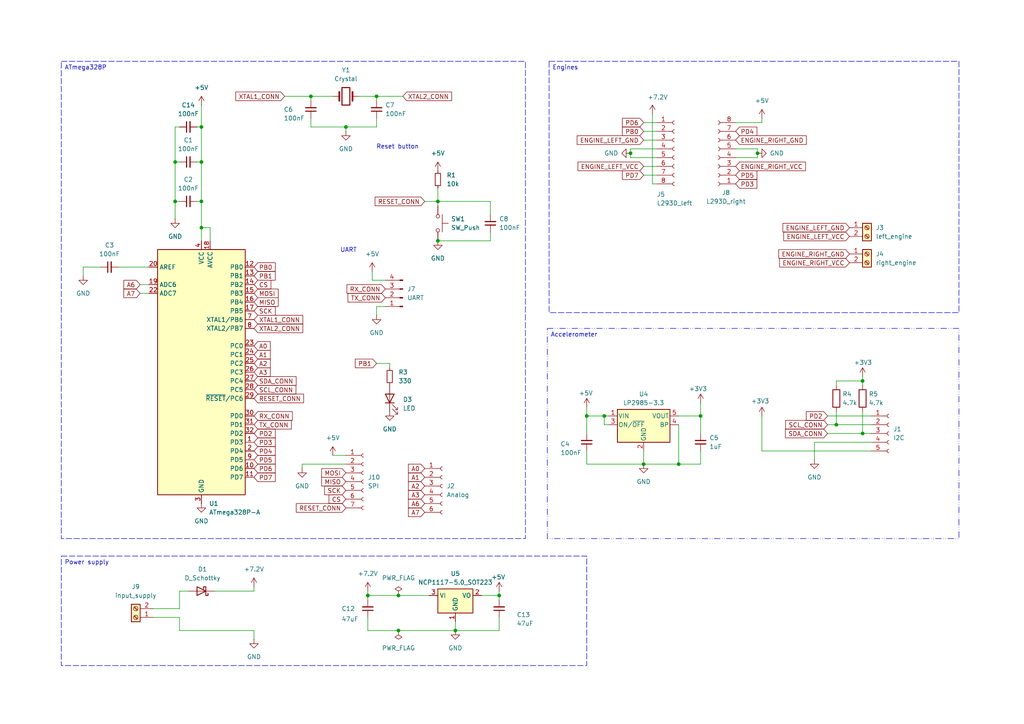
<source format=kicad_sch>
(kicad_sch (version 20231120) (generator "eeschema") (generator_version "8.0")
  (paper "A4")
  (title_block (title "Self Balancing robot") (date "2025-05-17") (company "Joanna Chrobot"))
  (lib_symbols
    (symbol "Connector:Conn_01x04_Pin" (pin_names (offset 1.016) hide)
      (property "Reference" "J" (at 0 5.08 0))
      (property "Value" "Conn_01x04_Pin" (at 0 -7.62 0))
      (symbol "Conn_01x04_Pin_1_1"
        (polyline (pts (xy 1.27 -5.08) (xy 0.8636 -5.08)) (stroke (width 0.1524)))
        (polyline (pts (xy 1.27 -2.54) (xy 0.8636 -2.54)) (stroke (width 0.1524)))
        (polyline (pts (xy 1.27 0) (xy 0.8636 0)) (stroke (width 0.1524)))
        (polyline (pts (xy 1.27 2.54) (xy 0.8636 2.54)) (stroke (width 0.1524)))
        (rectangle (start 0.8636 -4.953) (end 0 -5.207) (stroke (width 0.1524)) (fill (type outline)))
        (rectangle (start 0.8636 -2.413) (end 0 -2.667) (stroke (width 0.1524)) (fill (type outline)))
        (rectangle (start 0.8636 0.127) (end 0 -0.127) (stroke (width 0.1524)) (fill (type outline)))
        (rectangle (start 0.8636 2.667) (end 0 2.413) (stroke (width 0.1524)) (fill (type outline)))
        (pin passive line (at 5.08 2.54 180) (length 3.81) (name "Pin_1") (number "1"))
        (pin passive line (at 5.08 0 180) (length 3.81) (name "Pin_2") (number "2"))
        (pin passive line (at 5.08 -2.54 180) (length 3.81) (name "Pin_3") (number "3"))
        (pin passive line (at 5.08 -5.08 180) (length 3.81) (name "Pin_4") (number "4"))
      )
    )
    (symbol "Connector:Conn_01x05_Socket" (pin_names (offset 1.016) hide)
      (property "Reference" "J" (at 0 7.62 0))
      (property "Value" "Conn_01x05_Socket" (at 0 -7.62 0))
      (symbol "Conn_01x05_Socket_1_1"
        (arc (start 0 -4.572) (mid -0.5058 -5.08) (end 0 -5.588) (stroke (width 0.1524)))
        (arc (start 0 -2.032) (mid -0.5058 -2.54) (end 0 -3.048) (stroke (width 0.1524)))
        (polyline (pts (xy -1.27 -5.08) (xy -0.508 -5.08)) (stroke (width 0.1524)))
        (polyline (pts (xy -1.27 -2.54) (xy -0.508 -2.54)) (stroke (width 0.1524)))
        (polyline (pts (xy -1.27 0) (xy -0.508 0)) (stroke (width 0.1524)))
        (polyline (pts (xy -1.27 2.54) (xy -0.508 2.54)) (stroke (width 0.1524)))
        (polyline (pts (xy -1.27 5.08) (xy -0.508 5.08)) (stroke (width 0.1524)))
        (arc (start 0 0.508) (mid -0.5058 0) (end 0 -0.508) (stroke (width 0.1524)))
        (arc (start 0 3.048) (mid -0.5058 2.54) (end 0 2.032) (stroke (width 0.1524)))
        (arc (start 0 5.588) (mid -0.5058 5.08) (end 0 4.572) (stroke (width 0.1524)))
        (pin passive line (at -5.08 5.08 0) (length 3.81) (name "Pin_1") (number "1"))
        (pin passive line (at -5.08 2.54 0) (length 3.81) (name "Pin_2") (number "2"))
        (pin passive line (at -5.08 0 0) (length 3.81) (name "Pin_3") (number "3"))
        (pin passive line (at -5.08 -2.54 0) (length 3.81) (name "Pin_4") (number "4"))
        (pin passive line (at -5.08 -5.08 0) (length 3.81) (name "Pin_5") (number "5"))
      )
    )
    (symbol "Connector:Conn_01x06_Socket" (pin_names (offset 1.016) hide)
      (property "Reference" "J" (at 0 7.62 0))
      (property "Value" "Conn_01x06_Socket" (at 0 -10.16 0))
      (symbol "Conn_01x06_Socket_1_1"
        (arc (start 0 -7.112) (mid -0.5058 -7.62) (end 0 -8.128) (stroke (width 0.1524)))
        (arc (start 0 -4.572) (mid -0.5058 -5.08) (end 0 -5.588) (stroke (width 0.1524)))
        (arc (start 0 -2.032) (mid -0.5058 -2.54) (end 0 -3.048) (stroke (width 0.1524)))
        (polyline (pts (xy -1.27 -7.62) (xy -0.508 -7.62)) (stroke (width 0.1524)))
        (polyline (pts (xy -1.27 -5.08) (xy -0.508 -5.08)) (stroke (width 0.1524)))
        (polyline (pts (xy -1.27 -2.54) (xy -0.508 -2.54)) (stroke (width 0.1524)))
        (polyline (pts (xy -1.27 0) (xy -0.508 0)) (stroke (width 0.1524)))
        (polyline (pts (xy -1.27 2.54) (xy -0.508 2.54)) (stroke (width 0.1524)))
        (polyline (pts (xy -1.27 5.08) (xy -0.508 5.08)) (stroke (width 0.1524)))
        (arc (start 0 0.508) (mid -0.5058 0) (end 0 -0.508) (stroke (width 0.1524)))
        (arc (start 0 3.048) (mid -0.5058 2.54) (end 0 2.032) (stroke (width 0.1524)))
        (arc (start 0 5.588) (mid -0.5058 5.08) (end 0 4.572) (stroke (width 0.1524)))
        (pin passive line (at -5.08 5.08 0) (length 3.81) (name "Pin_1") (number "1"))
        (pin passive line (at -5.08 2.54 0) (length 3.81) (name "Pin_2") (number "2"))
        (pin passive line (at -5.08 0 0) (length 3.81) (name "Pin_3") (number "3"))
        (pin passive line (at -5.08 -2.54 0) (length 3.81) (name "Pin_4") (number "4"))
        (pin passive line (at -5.08 -5.08 0) (length 3.81) (name "Pin_5") (number "5"))
        (pin passive line (at -5.08 -7.62 0) (length 3.81) (name "Pin_6") (number "6"))
      )
    )
    (symbol "Connector:Conn_01x07_Socket" (pin_names (offset 1.016) hide)
      (property "Reference" "J" (at 0 10.16 0))
      (property "Value" "Conn_01x07_Socket" (at 0 -10.16 0))
      (symbol "Conn_01x07_Socket_1_1"
        (arc (start 0 -7.112) (mid -0.5058 -7.62) (end 0 -8.128) (stroke (width 0.1524)))
        (arc (start 0 -4.572) (mid -0.5058 -5.08) (end 0 -5.588) (stroke (width 0.1524)))
        (arc (start 0 -2.032) (mid -0.5058 -2.54) (end 0 -3.048) (stroke (width 0.1524)))
        (polyline (pts (xy -1.27 -7.62) (xy -0.508 -7.62)) (stroke (width 0.1524)))
        (polyline (pts (xy -1.27 -5.08) (xy -0.508 -5.08)) (stroke (width 0.1524)))
        (polyline (pts (xy -1.27 -2.54) (xy -0.508 -2.54)) (stroke (width 0.1524)))
        (polyline (pts (xy -1.27 0) (xy -0.508 0)) (stroke (width 0.1524)))
        (polyline (pts (xy -1.27 2.54) (xy -0.508 2.54)) (stroke (width 0.1524)))
        (polyline (pts (xy -1.27 5.08) (xy -0.508 5.08)) (stroke (width 0.1524)))
        (polyline (pts (xy -1.27 7.62) (xy -0.508 7.62)) (stroke (width 0.1524)))
        (arc (start 0 0.508) (mid -0.5058 0) (end 0 -0.508) (stroke (width 0.1524)))
        (arc (start 0 3.048) (mid -0.5058 2.54) (end 0 2.032) (stroke (width 0.1524)))
        (arc (start 0 5.588) (mid -0.5058 5.08) (end 0 4.572) (stroke (width 0.1524)))
        (arc (start 0 8.128) (mid -0.5058 7.62) (end 0 7.112) (stroke (width 0.1524)))
        (pin passive line (at -5.08 7.62 0) (length 3.81) (name "Pin_1") (number "1"))
        (pin passive line (at -5.08 5.08 0) (length 3.81) (name "Pin_2") (number "2"))
        (pin passive line (at -5.08 2.54 0) (length 3.81) (name "Pin_3") (number "3"))
        (pin passive line (at -5.08 0 0) (length 3.81) (name "Pin_4") (number "4"))
        (pin passive line (at -5.08 -2.54 0) (length 3.81) (name "Pin_5") (number "5"))
        (pin passive line (at -5.08 -5.08 0) (length 3.81) (name "Pin_6") (number "6"))
        (pin passive line (at -5.08 -7.62 0) (length 3.81) (name "Pin_7") (number "7"))
      )
    )
    (symbol "Connector:Conn_01x08_Socket" (pin_names (offset 1.016) hide)
      (property "Reference" "J" (at 0 10.16 0))
      (property "Value" "Conn_01x08_Socket" (at 0 -12.7 0))
      (symbol "Conn_01x08_Socket_1_1"
        (arc (start 0 -9.652) (mid -0.5058 -10.16) (end 0 -10.668) (stroke (width 0.1524)))
        (arc (start 0 -7.112) (mid -0.5058 -7.62) (end 0 -8.128) (stroke (width 0.1524)))
        (arc (start 0 -4.572) (mid -0.5058 -5.08) (end 0 -5.588) (stroke (width 0.1524)))
        (arc (start 0 -2.032) (mid -0.5058 -2.54) (end 0 -3.048) (stroke (width 0.1524)))
        (polyline (pts (xy -1.27 -10.16) (xy -0.508 -10.16)) (stroke (width 0.1524)))
        (polyline (pts (xy -1.27 -7.62) (xy -0.508 -7.62)) (stroke (width 0.1524)))
        (polyline (pts (xy -1.27 -5.08) (xy -0.508 -5.08)) (stroke (width 0.1524)))
        (polyline (pts (xy -1.27 -2.54) (xy -0.508 -2.54)) (stroke (width 0.1524)))
        (polyline (pts (xy -1.27 0) (xy -0.508 0)) (stroke (width 0.1524)))
        (polyline (pts (xy -1.27 2.54) (xy -0.508 2.54)) (stroke (width 0.1524)))
        (polyline (pts (xy -1.27 5.08) (xy -0.508 5.08)) (stroke (width 0.1524)))
        (polyline (pts (xy -1.27 7.62) (xy -0.508 7.62)) (stroke (width 0.1524)))
        (arc (start 0 0.508) (mid -0.5058 0) (end 0 -0.508) (stroke (width 0.1524)))
        (arc (start 0 3.048) (mid -0.5058 2.54) (end 0 2.032) (stroke (width 0.1524)))
        (arc (start 0 5.588) (mid -0.5058 5.08) (end 0 4.572) (stroke (width 0.1524)))
        (arc (start 0 8.128) (mid -0.5058 7.62) (end 0 7.112) (stroke (width 0.1524)))
        (pin passive line (at -5.08 7.62 0) (length 3.81) (name "Pin_1") (number "1"))
        (pin passive line (at -5.08 5.08 0) (length 3.81) (name "Pin_2") (number "2"))
        (pin passive line (at -5.08 2.54 0) (length 3.81) (name "Pin_3") (number "3"))
        (pin passive line (at -5.08 0 0) (length 3.81) (name "Pin_4") (number "4"))
        (pin passive line (at -5.08 -2.54 0) (length 3.81) (name "Pin_5") (number "5"))
        (pin passive line (at -5.08 -5.08 0) (length 3.81) (name "Pin_6") (number "6"))
        (pin passive line (at -5.08 -7.62 0) (length 3.81) (name "Pin_7") (number "7"))
        (pin passive line (at -5.08 -10.16 0) (length 3.81) (name "Pin_8") (number "8"))
      )
    )
    (symbol "Connector:Screw_Terminal_01x02" (pin_names (offset 1.016) hide)
      (property "Reference" "J" (at 0 2.54 0))
      (property "Value" "Screw_Terminal_01x02" (at 0 -5.08 0))
      (symbol "Screw_Terminal_01x02_1_1"
        (rectangle (start -1.27 1.27) (end 1.27 -3.81) (stroke (width 0.254)) (fill (type background)))
        (circle (center 0 -2.54) (radius 0.635) (stroke (width 0.1524)))
        (polyline (pts (xy -0.5334 -2.2098) (xy 0.3302 -3.048)) (stroke (width 0.1524)))
        (polyline (pts (xy -0.5334 0.3302) (xy 0.3302 -0.508)) (stroke (width 0.1524)))
        (polyline (pts (xy -0.3556 -2.032) (xy 0.508 -2.8702)) (stroke (width 0.1524)))
        (polyline (pts (xy -0.3556 0.508) (xy 0.508 -0.3302)) (stroke (width 0.1524)))
        (circle (center 0 0) (radius 0.635) (stroke (width 0.1524)))
        (pin passive line (at -5.08 0 0) (length 3.81) (name "Pin_1") (number "1"))
        (pin passive line (at -5.08 -2.54 0) (length 3.81) (name "Pin_2") (number "2"))
      )
    )
    (symbol "Device:C_Small" (pin_numbers hide) (pin_names (offset 0.254) hide)
      (property "Reference" "C" (at 0.254 1.778 0))
      (property "Value" "C_Small" (at 0.254 -2.032 0))
      (symbol "C_Small_0_1"
        (polyline (pts (xy -1.524 -0.508) (xy 1.524 -0.508)) (stroke (width 0.3302)))
        (polyline (pts (xy -1.524 0.508) (xy 1.524 0.508)) (stroke (width 0.3048)))
      )
      (symbol "C_Small_1_1"
        (pin passive line (at 0 2.54 270) (length 2.032) (name "~") (number "1"))
        (pin passive line (at 0 -2.54 90) (length 2.032) (name "~") (number "2"))
      )
    )
    (symbol "Device:Crystal" (pin_numbers hide) (pin_names (offset 1.016) hide)
      (property "Reference" "Y" (at 0 3.81 0))
      (property "Value" "Crystal" (at 0 -3.81 0))
      (symbol "Crystal_0_1"
        (rectangle (start -1.143 2.54) (end 1.143 -2.54) (stroke (width 0.3048)))
        (polyline (pts (xy -2.54 0) (xy -1.905 0)))
        (polyline (pts (xy -1.905 -1.27) (xy -1.905 1.27)) (stroke (width 0.508)))
        (polyline (pts (xy 1.905 -1.27) (xy 1.905 1.27)) (stroke (width 0.508)))
        (polyline (pts (xy 2.54 0) (xy 1.905 0)))
      )
      (symbol "Crystal_1_1"
        (pin passive line (at -3.81 0 0) (length 1.27) (name "1") (number "1"))
        (pin passive line (at 3.81 0 180) (length 1.27) (name "2") (number "2"))
      )
    )
    (symbol "Device:D_Schottky" (pin_numbers hide) (pin_names (offset 1.016) hide)
      (property "Reference" "D" (at 0 2.54 0))
      (property "Value" "D_Schottky" (at 0 -2.54 0))
      (symbol "D_Schottky_0_1"
        (polyline (pts (xy 1.27 0) (xy -1.27 0)))
        (polyline (pts (xy 1.27 1.27) (xy 1.27 -1.27) (xy -1.27 0) (xy 1.27 1.27)) (stroke (width 0.254)))
        (polyline (pts (xy -1.905 0.635) (xy -1.905 1.27) (xy -1.27 1.27) (xy -1.27 -1.27) (xy -0.635 -1.27) (xy -0.635 -0.635)) (stroke (width 0.254)))
      )
      (symbol "D_Schottky_1_1"
        (pin passive line (at -3.81 0 0) (length 2.54) (name "K") (number "1"))
        (pin passive line (at 3.81 0 180) (length 2.54) (name "A") (number "2"))
      )
    )
    (symbol "Device:LED" (pin_numbers hide) (pin_names (offset 1.016) hide)
      (property "Reference" "D" (at 0 2.54 0))
      (property "Value" "LED" (at 0 -2.54 0))
      (symbol "LED_0_1"
        (polyline (pts (xy -1.27 -1.27) (xy -1.27 1.27)) (stroke (width 0.254)))
        (polyline (pts (xy -1.27 0) (xy 1.27 0)))
        (polyline (pts (xy 1.27 -1.27) (xy 1.27 1.27) (xy -1.27 0) (xy 1.27 -1.27)) (stroke (width 0.254)))
        (polyline (pts (xy -3.048 -0.762) (xy -4.572 -2.286) (xy -3.81 -2.286) (xy -4.572 -2.286) (xy -4.572 -1.524)))
        (polyline (pts (xy -1.778 -0.762) (xy -3.302 -2.286) (xy -2.54 -2.286) (xy -3.302 -2.286) (xy -3.302 -1.524)))
      )
      (symbol "LED_1_1"
        (pin passive line (at -3.81 0 0) (length 2.54) (name "K") (number "1"))
        (pin passive line (at 3.81 0 180) (length 2.54) (name "A") (number "2"))
      )
    )
    (symbol "Device:R" (pin_numbers hide) (pin_names (offset 0))
      (property "Reference" "R" (at 2.032 0 90))
      (property "Value" "R" (at 0 0 90))
      (symbol "R_0_1"
        (rectangle (start -1.016 -2.54) (end 1.016 2.54) (stroke (width 0.254)))
      )
      (symbol "R_1_1"
        (pin passive line (at 0 3.81 270) (length 1.27) (name "~") (number "1"))
        (pin passive line (at 0 -3.81 90) (length 1.27) (name "~") (number "2"))
      )
    )
    (symbol "Device:R_Small" (pin_numbers hide) (pin_names (offset 0.254) hide)
      (property "Reference" "R" (at 0.762 0.508 0))
      (property "Value" "R_Small" (at 0.762 -1.016 0))
      (symbol "R_Small_0_1"
        (rectangle (start -0.762 1.778) (end 0.762 -1.778) (stroke (width 0.2032)))
      )
      (symbol "R_Small_1_1"
        (pin passive line (at 0 2.54 270) (length 0.762) (name "~") (number "1"))
        (pin passive line (at 0 -2.54 90) (length 0.762) (name "~") (number "2"))
      )
    )
    (symbol "MCU_Microchip_ATmega:ATmega328P-A"
      (property "Reference" "U" (at -12.7 36.83 0))
      (property "Value" "ATmega328P-A" (at 2.54 -36.83 0))
      (symbol "ATmega328P-A_0_1"
        (rectangle (start -12.7 -35.56) (end 12.7 35.56) (stroke (width 0.254)) (fill (type background)))
      )
      (symbol "ATmega328P-A_1_1"
        (pin bidirectional line (at 15.24 -20.32 180) (length 2.54) (name "PD3") (number "1"))
        (pin bidirectional line (at 15.24 -27.94 180) (length 2.54) (name "PD6") (number "10"))
        (pin bidirectional line (at 15.24 -30.48 180) (length 2.54) (name "PD7") (number "11"))
        (pin bidirectional line (at 15.24 30.48 180) (length 2.54) (name "PB0") (number "12"))
        (pin bidirectional line (at 15.24 27.94 180) (length 2.54) (name "PB1") (number "13"))
        (pin bidirectional line (at 15.24 25.4 180) (length 2.54) (name "PB2") (number "14"))
        (pin bidirectional line (at 15.24 22.86 180) (length 2.54) (name "PB3") (number "15"))
        (pin bidirectional line (at 15.24 20.32 180) (length 2.54) (name "PB4") (number "16"))
        (pin bidirectional line (at 15.24 17.78 180) (length 2.54) (name "PB5") (number "17"))
        (pin power_in line (at 2.54 38.1 270) (length 2.54) (name "AVCC") (number "18"))
        (pin input line (at -15.24 25.4 0) (length 2.54) (name "ADC6") (number "19"))
        (pin bidirectional line (at 15.24 -22.86 180) (length 2.54) (name "PD4") (number "2"))
        (pin passive line (at -15.24 30.48 0) (length 2.54) (name "AREF") (number "20"))
        (pin passive line (at 0 -38.1 90) (length 2.54) hide (name "GND") (number "21"))
        (pin input line (at -15.24 22.86 0) (length 2.54) (name "ADC7") (number "22"))
        (pin bidirectional line (at 15.24 7.62 180) (length 2.54) (name "PC0") (number "23"))
        (pin bidirectional line (at 15.24 5.08 180) (length 2.54) (name "PC1") (number "24"))
        (pin bidirectional line (at 15.24 2.54 180) (length 2.54) (name "PC2") (number "25"))
        (pin bidirectional line (at 15.24 0 180) (length 2.54) (name "PC3") (number "26"))
        (pin bidirectional line (at 15.24 -2.54 180) (length 2.54) (name "PC4") (number "27"))
        (pin bidirectional line (at 15.24 -5.08 180) (length 2.54) (name "PC5") (number "28"))
        (pin bidirectional line (at 15.24 -7.62 180) (length 2.54) (name "~{RESET}/PC6") (number "29"))
        (pin power_in line (at 0 -38.1 90) (length 2.54) (name "GND") (number "3"))
        (pin bidirectional line (at 15.24 -12.7 180) (length 2.54) (name "PD0") (number "30"))
        (pin bidirectional line (at 15.24 -15.24 180) (length 2.54) (name "PD1") (number "31"))
        (pin bidirectional line (at 15.24 -17.78 180) (length 2.54) (name "PD2") (number "32"))
        (pin power_in line (at 0 38.1 270) (length 2.54) (name "VCC") (number "4"))
        (pin passive line (at 0 -38.1 90) (length 2.54) hide (name "GND") (number "5"))
        (pin passive line (at 0 38.1 270) (length 2.54) hide (name "VCC") (number "6"))
        (pin bidirectional line (at 15.24 15.24 180) (length 2.54) (name "XTAL1/PB6") (number "7"))
        (pin bidirectional line (at 15.24 12.7 180) (length 2.54) (name "XTAL2/PB7") (number "8"))
        (pin bidirectional line (at 15.24 -25.4 180) (length 2.54) (name "PD5") (number "9"))
      )
    )
    (symbol "Regulator_Linear:LP2985-3.3" (pin_names (offset 0.254))
      (property "Reference" "U" (at -6.35 5.715 0))
      (property "Value" "LP2985-3.3" (at 0 5.715 0))
      (symbol "LP2985-3.3_0_1"
        (rectangle (start -7.62 -5.08) (end 7.62 4.445) (stroke (width 0.254)) (fill (type background)))
      )
      (symbol "LP2985-3.3_1_1"
        (pin power_in line (at -10.16 2.54 0) (length 2.54) (name "VIN") (number "1"))
        (pin power_in line (at 0 -7.62 90) (length 2.54) (name "GND") (number "2"))
        (pin input line (at -10.16 0 0) (length 2.54) (name "ON/~{OFF}") (number "3"))
        (pin input line (at 10.16 0 180) (length 2.54) (name "BP") (number "4"))
        (pin power_out line (at 10.16 2.54 180) (length 2.54) (name "VOUT") (number "5"))
      )
    )
    (symbol "Regulator_Linear:NCP1117-5.0_SOT223"
      (property "Reference" "U" (at -3.81 3.175 0))
      (property "Value" "NCP1117-5.0_SOT223" (at 0 3.175 0))
      (symbol "NCP1117-5.0_SOT223_0_1"
        (rectangle (start -5.08 -5.08) (end 5.08 1.905) (stroke (width 0.254)) (fill (type background)))
      )
      (symbol "NCP1117-5.0_SOT223_1_1"
        (pin power_in line (at 0 -7.62 90) (length 2.54) (name "GND") (number "1"))
        (pin power_out line (at 7.62 0 180) (length 2.54) (name "VO") (number "2"))
        (pin power_in line (at -7.62 0 0) (length 2.54) (name "VI") (number "3"))
      )
    )
    (symbol "Switch:SW_Push" (pin_numbers hide) (pin_names (offset 1.016) hide)
      (property "Reference" "SW" (at 1.27 2.54 0))
      (property "Value" "SW_Push" (at 0 -1.524 0))
      (symbol "SW_Push_0_1"
        (circle (center -2.032 0) (radius 0.508))
        (polyline (pts (xy 0 1.27) (xy 0 3.048)))
        (polyline (pts (xy 2.54 1.27) (xy -2.54 1.27)))
        (circle (center 2.032 0) (radius 0.508))
        (pin passive line (at -5.08 0 0) (length 2.54) (name "1") (number "1"))
        (pin passive line (at 5.08 0 180) (length 2.54) (name "2") (number "2"))
      )
    )
    (symbol "power:GND" (power) (pin_numbers hide) (pin_names (offset 0) hide)
      (property "Value" "GND" (at 0 -3.81 0))
      (symbol "GND_0_1"
        (polyline (pts (xy 0 0) (xy 0 -1.27) (xy 1.27 -1.27) (xy 0 -2.54) (xy -1.27 -1.27) (xy 0 -1.27)))
      )
      (symbol "GND_1_1"
        (pin power_in line (at 0 0 270) (length 0) (name "~") (number "1"))
      )
    )
    (symbol "power:PWR_FLAG" (power) (pin_numbers hide) (pin_names (offset 0) hide)
      (property "Value" "PWR_FLAG" (at 0 3.81 0))
      (symbol "PWR_FLAG_0_0"
        (pin power_out line (at 0 0 90) (length 0) (name "~") (number "1"))
      )
      (symbol "PWR_FLAG_0_1"
        (polyline (pts (xy 0 0) (xy 0 1.27) (xy -1.016 1.905) (xy 0 2.54) (xy 1.016 1.905) (xy 0 1.27)))
      )
    )
    (symbol "power:VCC" (power) (pin_numbers hide) (pin_names (offset 0) hide)
      (property "Value" "VCC" (at 0 3.556 0))
      (symbol "VCC_0_1"
        (polyline (pts (xy -0.762 1.27) (xy 0 2.54)))
        (polyline (pts (xy 0 0) (xy 0 2.54)))
        (polyline (pts (xy 0 2.54) (xy 0.762 1.27)))
      )
      (symbol "VCC_1_1"
        (pin power_in line (at 0 0 90) (length 0) (name "~") (number "1"))
      )
    )
  )
  (junction (at 250.19 125.73))
  (junction (at 90.17 27.94))
  (junction (at 127 58.42))
  (junction (at 109.22 27.94))
  (junction (at 115.57 172.72))
  (junction (at 58.42 46.99))
  (junction (at 175.26 120.65))
  (junction (at 115.57 182.88))
  (junction (at 170.18 120.65))
  (junction (at 203.2 120.65))
  (junction (at 50.8 46.99))
  (junction (at 100.33 36.83))
  (junction (at 58.42 58.42))
  (junction (at 58.42 66.04))
  (junction (at 196.85 134.62))
  (junction (at 186.69 134.62))
  (junction (at 144.78 172.72))
  (junction (at 182.88 44.45))
  (junction (at 242.57 123.19))
  (junction (at 127 69.85))
  (junction (at 132.08 182.88))
  (junction (at 50.8 58.42))
  (junction (at 106.68 172.72))
  (junction (at 250.19 110.49))
  (junction (at 219.71 44.45))
  (junction (at 58.42 36.83))
  (wire (pts (xy 236.22 133.35) (xy 236.22 128.27)))
  (wire (pts (xy 106.68 172.72) (xy 106.68 173.99)))
  (wire (pts (xy 186.69 134.62) (xy 196.85 134.62)))
  (wire (pts (xy 50.8 46.99) (xy 52.07 46.99)))
  (wire (pts (xy 132.08 182.88) (xy 132.08 180.34)))
  (wire (pts (xy 186.69 130.81) (xy 186.69 134.62)))
  (wire (pts (xy 73.66 182.88) (xy 73.66 185.42)))
  (wire (pts (xy 40.64 82.55) (xy 43.18 82.55)))
  (wire (pts (xy 242.57 123.19) (xy 240.03 123.19)))
  (wire (pts (xy 203.2 120.65) (xy 203.2 125.73)))
  (wire (pts (xy 52.07 179.07) (xy 52.07 182.88)))
  (wire (pts (xy 50.8 58.42) (xy 52.07 58.42)))
  (wire (pts (xy 127 58.42) (xy 142.24 58.42)))
  (wire (pts (xy 73.66 171.45) (xy 62.23 171.45)))
  (wire (pts (xy 220.98 120.65) (xy 220.98 130.81)))
  (wire (pts (xy 139.7 172.72) (xy 144.78 172.72)))
  (wire (pts (xy 109.22 27.94) (xy 109.22 29.21)))
  (wire (pts (xy 252.73 130.81) (xy 220.98 130.81)))
  (wire (pts (xy 113.03 105.41) (xy 113.03 106.68)))
  (wire (pts (xy 219.71 44.45) (xy 219.71 43.18)))
  (wire (pts (xy 109.22 34.29) (xy 109.22 36.83)))
  (wire (pts (xy 109.22 91.44) (xy 109.22 88.9)))
  (wire (pts (xy 106.68 172.72) (xy 115.57 172.72)))
  (wire (pts (xy 190.5 43.18) (xy 182.88 43.18)))
  (wire (pts (xy 144.78 171.45) (xy 144.78 172.72)))
  (wire (pts (xy 58.42 58.42) (xy 58.42 66.04)))
  (wire (pts (xy 90.17 34.29) (xy 90.17 36.83)))
  (wire (pts (xy 170.18 118.11) (xy 170.18 120.65)))
  (wire (pts (xy 107.95 81.28) (xy 111.76 81.28)))
  (wire (pts (xy 106.68 182.88) (xy 115.57 182.88)))
  (wire (pts (xy 58.42 66.04) (xy 60.96 66.04)))
  (wire (pts (xy 57.15 36.83) (xy 58.42 36.83)))
  (wire (pts (xy 186.69 134.62) (xy 170.18 134.62)))
  (wire (pts (xy 250.19 110.49) (xy 250.19 111.76)))
  (wire (pts (xy 175.26 123.19) (xy 175.26 120.65)))
  (wire (pts (xy 24.13 77.47) (xy 29.21 77.47)))
  (wire (pts (xy 107.95 78.74) (xy 107.95 81.28)))
  (wire (pts (xy 58.42 36.83) (xy 58.42 46.99)))
  (wire (pts (xy 176.53 123.19) (xy 175.26 123.19)))
  (wire (pts (xy 127 54.61) (xy 127 58.42)))
  (wire (pts (xy 144.78 173.99) (xy 144.78 172.72)))
  (wire (pts (xy 44.45 179.07) (xy 52.07 179.07)))
  (wire (pts (xy 115.57 172.72) (xy 124.46 172.72)))
  (wire (pts (xy 252.73 125.73) (xy 250.19 125.73)))
  (wire (pts (xy 52.07 171.45) (xy 54.61 171.45)))
  (wire (pts (xy 170.18 120.65) (xy 175.26 120.65)))
  (wire (pts (xy 186.69 50.8) (xy 190.5 50.8)))
  (wire (pts (xy 24.13 80.01) (xy 24.13 77.47)))
  (wire (pts (xy 52.07 36.83) (xy 50.8 36.83)))
  (wire (pts (xy 109.22 105.41) (xy 113.03 105.41)))
  (wire (pts (xy 196.85 134.62) (xy 203.2 134.62)))
  (wire (pts (xy 115.57 182.88) (xy 132.08 182.88)))
  (wire (pts (xy 34.29 77.47) (xy 43.18 77.47)))
  (wire (pts (xy 57.15 46.99) (xy 58.42 46.99)))
  (wire (pts (xy 170.18 130.81) (xy 170.18 134.62)))
  (wire (pts (xy 196.85 120.65) (xy 203.2 120.65)))
  (wire (pts (xy 106.68 179.07) (xy 106.68 182.88)))
  (wire (pts (xy 189.23 33.02) (xy 189.23 53.34)))
  (wire (pts (xy 100.33 38.1) (xy 100.33 36.83)))
  (wire (pts (xy 52.07 171.45) (xy 52.07 176.53)))
  (wire (pts (xy 50.8 46.99) (xy 50.8 58.42)))
  (wire (pts (xy 182.88 45.72) (xy 190.5 45.72)))
  (wire (pts (xy 144.78 179.07) (xy 144.78 182.88)))
  (wire (pts (xy 96.52 132.08) (xy 100.33 132.08)))
  (wire (pts (xy 182.88 44.45) (xy 182.88 45.72)))
  (wire (pts (xy 106.68 171.45) (xy 106.68 172.72)))
  (wire (pts (xy 186.69 35.56) (xy 190.5 35.56)))
  (wire (pts (xy 132.08 182.88) (xy 144.78 182.88)))
  (wire (pts (xy 44.45 176.53) (xy 52.07 176.53)))
  (wire (pts (xy 242.57 111.76) (xy 242.57 110.49)))
  (wire (pts (xy 123.19 58.42) (xy 127 58.42)))
  (wire (pts (xy 104.14 27.94) (xy 109.22 27.94)))
  (wire (pts (xy 58.42 66.04) (xy 58.42 69.85)))
  (wire (pts (xy 52.07 182.88) (xy 73.66 182.88)))
  (wire (pts (xy 182.88 43.18) (xy 182.88 44.45)))
  (wire (pts (xy 109.22 27.94) (xy 116.84 27.94)))
  (wire (pts (xy 213.36 35.56) (xy 220.98 35.56)))
  (wire (pts (xy 186.69 38.1) (xy 190.5 38.1)))
  (wire (pts (xy 186.69 40.64) (xy 190.5 40.64)))
  (wire (pts (xy 213.36 45.72) (xy 219.71 45.72)))
  (wire (pts (xy 219.71 45.72) (xy 219.71 44.45)))
  (wire (pts (xy 220.98 34.29) (xy 220.98 35.56)))
  (wire (pts (xy 58.42 30.48) (xy 58.42 36.83)))
  (wire (pts (xy 236.22 128.27) (xy 252.73 128.27)))
  (wire (pts (xy 60.96 66.04) (xy 60.96 69.85)))
  (wire (pts (xy 109.22 88.9) (xy 111.76 88.9)))
  (wire (pts (xy 196.85 123.19) (xy 196.85 134.62)))
  (wire (pts (xy 189.23 53.34) (xy 190.5 53.34)))
  (wire (pts (xy 203.2 116.84) (xy 203.2 120.65)))
  (wire (pts (xy 250.19 125.73) (xy 240.03 125.73)))
  (wire (pts (xy 87.63 134.62) (xy 100.33 134.62)))
  (wire (pts (xy 175.26 120.65) (xy 176.53 120.65)))
  (wire (pts (xy 90.17 27.94) (xy 96.52 27.94)))
  (wire (pts (xy 250.19 119.38) (xy 250.19 125.73)))
  (wire (pts (xy 250.19 109.22) (xy 250.19 110.49)))
  (wire (pts (xy 73.66 171.45) (xy 73.66 170.18)))
  (wire (pts (xy 213.36 43.18) (xy 219.71 43.18)))
  (wire (pts (xy 100.33 36.83) (xy 109.22 36.83)))
  (wire (pts (xy 50.8 58.42) (xy 50.8 63.5)))
  (wire (pts (xy 186.69 48.26) (xy 190.5 48.26)))
  (wire (pts (xy 242.57 110.49) (xy 250.19 110.49)))
  (wire (pts (xy 242.57 119.38) (xy 242.57 123.19)))
  (wire (pts (xy 203.2 130.81) (xy 203.2 134.62)))
  (wire (pts (xy 58.42 46.99) (xy 58.42 58.42)))
  (wire (pts (xy 50.8 36.83) (xy 50.8 46.99)))
  (wire (pts (xy 127 58.42) (xy 127 59.69)))
  (wire (pts (xy 170.18 120.65) (xy 170.18 125.73)))
  (wire (pts (xy 57.15 58.42) (xy 58.42 58.42)))
  (wire (pts (xy 252.73 120.65) (xy 240.03 120.65)))
  (wire (pts (xy 127 69.85) (xy 142.24 69.85)))
  (wire (pts (xy 142.24 67.31) (xy 142.24 69.85)))
  (wire (pts (xy 40.64 85.09) (xy 43.18 85.09)))
  (wire (pts (xy 82.55 27.94) (xy 90.17 27.94)))
  (wire (pts (xy 90.17 27.94) (xy 90.17 29.21)))
  (wire (pts (xy 90.17 36.83) (xy 100.33 36.83)))
  (wire (pts (xy 87.63 135.89) (xy 87.63 134.62)))
  (wire (pts (xy 142.24 62.23) (xy 142.24 58.42)))
  (wire (pts (xy 252.73 123.19) (xy 242.57 123.19)))
  (text_box "Engines" (at 159.258 17.78 0) (size 118.872 72.898) (stroke (width 0) (type dash)) (effects (font (size 1.27 1.27)) (justify left top)))
  (text_box "ATmega328P" (at 17.78 17.78 0) (size 134.62 138.43) (stroke (width 0) (type dash)) (effects (font (size 1.27 1.27)) (justify left top)))
  (text_box "Accelerometer" (at 158.75 95.25 0) (size 119.38 60.96) (stroke (width 0) (type dash_dot_dot)) (effects (font (size 1.27 1.27)) (justify left top)))
  (text_box "Power supply" (at 17.78 161.29 0) (size 152.4 31.75) (stroke (width 0) (type dash)) (effects (font (size 1.27 1.27)) (justify left top)))
  (text "UART" (at 101.092 72.644 0) (effects (font (size 1.27 1.27))))
  (text "Reset button" (at 115.316 42.672 0) (effects (font (size 1.27 1.27))))
  (global_label "A1" (shape input) (at 123.19 138.43 180) (property "Intersheetrefs" "${INTERSHEET_REFS}" (effects (hide yes))))
  (global_label "A7" (shape input) (at 40.64 85.09 180) (property "Intersheetrefs" "${INTERSHEET_REFS}" (effects (hide yes))))
  (global_label "PB0" (shape input) (at 73.66 77.47 0) (property "Intersheetrefs" "${INTERSHEET_REFS}" (effects (hide yes))))
  (global_label "A0" (shape input) (at 123.19 135.89 180) (property "Intersheetrefs" "${INTERSHEET_REFS}" (effects (hide yes))))
  (global_label "XTAL1_CONN" (shape input) (at 82.55 27.94 180) (property "Intersheetrefs" "${INTERSHEET_REFS}" (effects (hide yes))))
  (global_label "A0" (shape input) (at 73.66 100.33 0) (property "Intersheetrefs" "${INTERSHEET_REFS}" (effects (hide yes))))
  (global_label "RX_CONN" (shape input) (at 73.66 120.65 0) (property "Intersheetrefs" "${INTERSHEET_REFS}" (effects (hide yes))))
  (global_label "RESET_CONN" (shape input) (at 100.33 147.32 180) (property "Intersheetrefs" "${INTERSHEET_REFS}" (effects (hide yes))))
  (global_label "PD6" (shape input) (at 73.66 135.89 0) (property "Intersheetrefs" "${INTERSHEET_REFS}" (effects (hide yes))))
  (global_label "XTAL2_CONN" (shape input) (at 116.84 27.94 0) (property "Intersheetrefs" "${INTERSHEET_REFS}" (effects (hide yes))))
  (global_label "PB1" (shape input) (at 109.22 105.41 180) (property "Intersheetrefs" "${INTERSHEET_REFS}" (effects (hide yes))))
  (global_label "A6" (shape input) (at 123.19 146.05 180) (property "Intersheetrefs" "${INTERSHEET_REFS}" (effects (hide yes))))
  (global_label "RESET_CONN" (shape input) (at 123.19 58.42 180) (property "Intersheetrefs" "${INTERSHEET_REFS}" (effects (hide yes))))
  (global_label "CS" (shape input) (at 73.66 82.55 0) (property "Intersheetrefs" "${INTERSHEET_REFS}" (effects (hide yes))))
  (global_label "PD3" (shape input) (at 213.36 53.34 0) (property "Intersheetrefs" "${INTERSHEET_REFS}" (effects (hide yes))))
  (global_label "MISO" (shape input) (at 73.66 87.63 0) (property "Intersheetrefs" "${INTERSHEET_REFS}" (effects (hide yes))))
  (global_label "MOSI" (shape input) (at 73.66 85.09 0) (property "Intersheetrefs" "${INTERSHEET_REFS}" (effects (hide yes))))
  (global_label "SCL_CONN" (shape input) (at 240.03 123.19 180) (property "Intersheetrefs" "${INTERSHEET_REFS}" (effects (hide yes))))
  (global_label "PD7" (shape input) (at 186.69 50.8 180) (property "Intersheetrefs" "${INTERSHEET_REFS}" (effects (hide yes))))
  (global_label "TX_CONN" (shape input) (at 111.76 86.36 180) (property "Intersheetrefs" "${INTERSHEET_REFS}" (effects (hide yes))))
  (global_label "MISO" (shape input) (at 100.33 139.7 180) (property "Intersheetrefs" "${INTERSHEET_REFS}" (effects (hide yes))))
  (global_label "ENGINE_LEFT_GND" (shape input) (at 186.69 40.64 180) (property "Intersheetrefs" "${INTERSHEET_REFS}" (effects (hide yes))))
  (global_label "A2" (shape input) (at 123.19 140.97 180) (property "Intersheetrefs" "${INTERSHEET_REFS}" (effects (hide yes))))
  (global_label "PD5" (shape input) (at 213.36 50.8 0) (property "Intersheetrefs" "${INTERSHEET_REFS}" (effects (hide yes))))
  (global_label "XTAL2_CONN" (shape input) (at 73.66 95.25 0) (property "Intersheetrefs" "${INTERSHEET_REFS}" (effects (hide yes))))
  (global_label "ENGINE_LEFT_VCC" (shape input) (at 246.38 68.58 180) (property "Intersheetrefs" "${INTERSHEET_REFS}" (effects (hide yes))))
  (global_label "A1" (shape input) (at 73.66 102.87 0) (property "Intersheetrefs" "${INTERSHEET_REFS}" (effects (hide yes))))
  (global_label "ENGINE_RIGHT_VCC" (shape input) (at 213.36 48.26 0) (property "Intersheetrefs" "${INTERSHEET_REFS}" (effects (hide yes))))
  (global_label "RX_CONN" (shape input) (at 111.76 83.82 180) (property "Intersheetrefs" "${INTERSHEET_REFS}" (effects (hide yes))))
  (global_label "PD2" (shape input) (at 240.03 120.65 180) (property "Intersheetrefs" "${INTERSHEET_REFS}" (effects (hide yes))))
  (global_label "ENGINE_LEFT_VCC" (shape input) (at 186.69 48.26 180) (property "Intersheetrefs" "${INTERSHEET_REFS}" (effects (hide yes))))
  (global_label "SCL_CONN" (shape input) (at 73.66 113.03 0) (property "Intersheetrefs" "${INTERSHEET_REFS}" (effects (hide yes))))
  (global_label "PD5" (shape input) (at 73.66 133.35 0) (property "Intersheetrefs" "${INTERSHEET_REFS}" (effects (hide yes))))
  (global_label "A3" (shape input) (at 123.19 143.51 180) (property "Intersheetrefs" "${INTERSHEET_REFS}" (effects (hide yes))))
  (global_label "A2" (shape input) (at 73.66 105.41 0) (property "Intersheetrefs" "${INTERSHEET_REFS}" (effects (hide yes))))
  (global_label "SDA_CONN" (shape input) (at 73.66 110.49 0) (property "Intersheetrefs" "${INTERSHEET_REFS}" (effects (hide yes))))
  (global_label "CS" (shape input) (at 100.33 144.78 180) (property "Intersheetrefs" "${INTERSHEET_REFS}" (effects (hide yes))))
  (global_label "ENGINE_LEFT_GND" (shape input) (at 246.38 66.04 180) (property "Intersheetrefs" "${INTERSHEET_REFS}" (effects (hide yes))))
  (global_label "SCK" (shape input) (at 73.66 90.17 0) (property "Intersheetrefs" "${INTERSHEET_REFS}" (effects (hide yes))))
  (global_label "A6" (shape input) (at 40.64 82.55 180) (property "Intersheetrefs" "${INTERSHEET_REFS}" (effects (hide yes))))
  (global_label "TX_CONN" (shape input) (at 73.66 123.19 0) (property "Intersheetrefs" "${INTERSHEET_REFS}" (effects (hide yes))))
  (global_label "PD3" (shape input) (at 73.66 128.27 0) (property "Intersheetrefs" "${INTERSHEET_REFS}" (effects (hide yes))))
  (global_label "PD4" (shape input) (at 213.36 38.1 0) (property "Intersheetrefs" "${INTERSHEET_REFS}" (effects (hide yes))))
  (global_label "SCK" (shape input) (at 100.33 142.24 180) (property "Intersheetrefs" "${INTERSHEET_REFS}" (effects (hide yes))))
  (global_label "A3" (shape input) (at 73.66 107.95 0) (property "Intersheetrefs" "${INTERSHEET_REFS}" (effects (hide yes))))
  (global_label "PD7" (shape input) (at 73.66 138.43 0) (property "Intersheetrefs" "${INTERSHEET_REFS}" (effects (hide yes))))
  (global_label "ENGINE_RIGHT_VCC" (shape input) (at 246.38 76.2 180) (property "Intersheetrefs" "${INTERSHEET_REFS}" (effects (hide yes))))
  (global_label "ENGINE_RIGHT_GND" (shape input) (at 246.38 73.66 180) (property "Intersheetrefs" "${INTERSHEET_REFS}" (effects (hide yes))))
  (global_label "PB1" (shape input) (at 73.66 80.01 0) (property "Intersheetrefs" "${INTERSHEET_REFS}" (effects (hide yes))))
  (global_label "ENGINE_RIGHT_GND" (shape input) (at 213.36 40.64 0) (property "Intersheetrefs" "${INTERSHEET_REFS}" (effects (hide yes))))
  (global_label "A7" (shape input) (at 123.19 148.59 180) (property "Intersheetrefs" "${INTERSHEET_REFS}" (effects (hide yes))))
  (global_label "PD4" (shape input) (at 73.66 130.81 0) (property "Intersheetrefs" "${INTERSHEET_REFS}" (effects (hide yes))))
  (global_label "PB0" (shape input) (at 186.69 38.1 180) (property "Intersheetrefs" "${INTERSHEET_REFS}" (effects (hide yes))))
  (global_label "XTAL1_CONN" (shape input) (at 73.66 92.71 0) (property "Intersheetrefs" "${INTERSHEET_REFS}" (effects (hide yes))))
  (global_label "RESET_CONN" (shape input) (at 73.66 115.57 0) (property "Intersheetrefs" "${INTERSHEET_REFS}" (effects (hide yes))))
  (global_label "SDA_CONN" (shape input) (at 240.03 125.73 180) (property "Intersheetrefs" "${INTERSHEET_REFS}" (effects (hide yes))))
  (global_label "PD6" (shape input) (at 186.69 35.56 180) (property "Intersheetrefs" "${INTERSHEET_REFS}" (effects (hide yes))))
  (global_label "MOSI" (shape input) (at 100.33 137.16 180) (property "Intersheetrefs" "${INTERSHEET_REFS}" (effects (hide yes))))
  (global_label "PD2" (shape input) (at 73.66 125.73 0) (property "Intersheetrefs" "${INTERSHEET_REFS}" (effects (hide yes))))
  (symbol (lib_id "Device:R_Small") (at 127 52.07 0) (unit 1)
    (property "Reference" "R1" (at 129.54 50.7999 0) (effects (justify left)))
    (property "Value" "10k" (at 129.54 53.3399 0) (effects (justify left)))
    (property "Footprint" "Resistor_SMD:R_0805_2012Metric" (effects (hide yes)))
    (property "Description" "Resistor, small symbol" (effects (hide yes)))
  )
  (symbol (lib_id "power:GND") (at 24.13 80.01 0) (unit 1)
    (property "Reference" "#PWR04" (effects (hide yes)))
    (property "Value" "GND" (at 24.13 85.09 0))
    (property "Description" "Power symbol creates a global label with name \"GND\" , ground" (effects (hide yes)))
  )
  (symbol (lib_id "Connector:Conn_01x04_Pin") (at 116.84 86.36 180) (unit 1)
    (property "Reference" "J7" (at 118.11 83.8199 0) (effects (justify right)))
    (property "Value" "UART" (at 118.11 86.3599 0) (effects (justify right)))
    (property "Footprint" "Connector_PinHeader_2.54mm:PinHeader_1x04_P2.54mm_Vertical" (effects (hide yes)))
    (property "Description" "Generic connector, single row, 01x04, script generated" (effects (hide yes)))
  )
  (symbol (lib_id "Connector:Conn_01x07_Socket") (at 105.41 139.7 0) (unit 1)
    (property "Reference" "J10" (at 106.68 138.4299 0) (effects (justify left)))
    (property "Value" "SPI" (at 106.68 140.9699 0) (effects (justify left)))
    (property "Footprint" "Connector_PinSocket_2.54mm:PinSocket_1x07_P2.54mm_Vertical" (effects (hide yes)))
    (property "Description" "Generic connector, single row, 01x07, script generated" (effects (hide yes)))
  )
  (symbol (lib_id "Device:C_Small") (at 170.18 128.27 180) (unit 1)
    (property "Reference" "C4" (at 162.56 128.778 0) (effects (justify right)))
    (property "Value" "100nF" (at 162.56 131.318 0) (effects (justify right)))
    (property "Footprint" "Capacitor_SMD:C_0805_2012Metric" (effects (hide yes)))
    (property "Description" "Unpolarized capacitor, small symbol" (effects (hide yes)))
  )
  (symbol (lib_id "Device:C_Small") (at 54.61 58.42 90) (unit 1)
    (property "Reference" "C2" (at 54.6163 52.07 90))
    (property "Value" "100nF" (at 54.6163 54.61 90))
    (property "Footprint" "Capacitor_SMD:C_0805_2012Metric" (effects (hide yes)))
    (property "Description" "Unpolarized capacitor, small symbol" (effects (hide yes)))
  )
  (symbol (lib_id "Device:D_Schottky") (at 58.42 171.45 180) (unit 1)
    (property "Reference" "D1" (at 58.7375 165.1 0))
    (property "Value" "D_Schottky" (at 58.7375 167.64 0))
    (property "Footprint" "Resistor_THT:R_Axial_DIN0207_L6.3mm_D2.5mm_P7.62mm_Horizontal" (effects (hide yes)))
    (property "Description" "Schottky diode" (effects (hide yes)))
  )
  (symbol (lib_id "Device:R") (at 250.19 115.57 0) (unit 1)
    (property "Reference" "R5" (at 251.968 114.3 0) (effects (justify left)))
    (property "Value" "4.7k" (at 251.968 116.84 0) (effects (justify left)))
    (property "Footprint" "Resistor_SMD:R_0805_2012Metric" (effects (hide yes)))
    (property "Description" "Resistor" (effects (hide yes)))
  )
  (symbol (lib_id "Device:R") (at 242.57 115.57 0) (unit 1)
    (property "Reference" "R4" (at 244.348 114.3 0) (effects (justify left)))
    (property "Value" "4.7k" (at 244.348 116.84 0) (effects (justify left)))
    (property "Footprint" "Resistor_SMD:R_0805_2012Metric" (effects (hide yes)))
    (property "Description" "Resistor" (effects (hide yes)))
  )
  (symbol (lib_id "power:GND") (at 109.22 91.44 0) (unit 1)
    (property "Reference" "#PWR015" (effects (hide yes)))
    (property "Value" "GND" (at 109.22 96.52 0))
    (property "Description" "Power symbol creates a global label with name \"GND\" , ground" (effects (hide yes)))
  )
  (symbol (lib_id "Device:C_Small") (at 54.61 36.83 90) (unit 1)
    (property "Reference" "C14" (at 54.6163 30.48 90))
    (property "Value" "100nF" (at 54.6163 33.02 90))
    (property "Footprint" "Capacitor_SMD:C_0805_2012Metric" (effects (hide yes)))
    (property "Description" "Unpolarized capacitor, small symbol" (effects (hide yes)))
  )
  (symbol (lib_id "power:VCC") (at 107.95 78.74 0) (unit 1)
    (property "Reference" "#PWR024" (effects (hide yes)))
    (property "Value" "+5V" (at 107.95 73.66 0))
    (property "Description" "Power symbol creates a global label with name \"VCC\"" (effects (hide yes)))
  )
  (symbol (lib_id "power:VCC") (at 250.19 109.22 0) (unit 1)
    (property "Reference" "#PWR027" (effects (hide yes)))
    (property "Value" "+3V3" (at 247.65 105.156 0) (effects (justify left)))
    (property "Description" "Power symbol creates a global label with name \"VCC\"" (effects (hide yes)))
  )
  (symbol (lib_id "power:GND") (at 127 69.85 0) (unit 1)
    (property "Reference" "#PWR014" (effects (hide yes)))
    (property "Value" "GND" (at 127 74.93 0))
    (property "Description" "Power symbol creates a global label with name \"GND\" , ground" (effects (hide yes)))
  )
  (symbol (lib_id "power:GND") (at 113.03 119.38 0) (unit 1)
    (property "Reference" "#PWR016" (effects (hide yes)))
    (property "Value" "GND" (at 113.03 124.46 0))
    (property "Description" "Power symbol creates a global label with name \"GND\" , ground" (effects (hide yes)))
  )
  (symbol (lib_id "Device:C_Small") (at 144.78 176.53 180) (unit 1)
    (property "Reference" "C13" (at 149.86 178.308 0) (effects (justify right)))
    (property "Value" "47uF" (at 149.86 180.848 0) (effects (justify right)))
    (property "Footprint" "Capacitor_SMD:C_0805_2012Metric" (effects (hide yes)))
    (property "Description" "Unpolarized capacitor, small symbol" (effects (hide yes)))
  )
  (symbol (lib_id "power:GND") (at 186.69 134.62 0) (unit 1)
    (property "Reference" "#PWR09" (effects (hide yes)))
    (property "Value" "GND" (at 186.69 139.7 0))
    (property "Description" "Power symbol creates a global label with name \"GND\" , ground" (effects (hide yes)))
  )
  (symbol (lib_id "power:GND") (at 182.88 44.45 270) (unit 1)
    (property "Reference" "#PWR021" (effects (hide yes)))
    (property "Value" "GND" (at 179.324 44.4499 90) (effects (justify right)))
    (property "Description" "Power symbol creates a global label with name \"GND\" , ground" (effects (hide yes)))
  )
  (symbol (lib_id "power:VCC") (at 96.52 132.08 0) (unit 1)
    (property "Reference" "#PWR026" (effects (hide yes)))
    (property "Value" "+5V" (at 96.52 127 0))
    (property "Description" "Power symbol creates a global label with name \"VCC\"" (effects (hide yes)))
  )
  (symbol (lib_id "power:GND") (at 58.42 146.05 0) (unit 1)
    (property "Reference" "#PWR01" (effects (hide yes)))
    (property "Value" "GND" (at 58.42 151.13 0))
    (property "Description" "Power symbol creates a global label with name \"GND\" , ground" (effects (hide yes)))
  )
  (symbol (lib_id "power:GND") (at 132.08 182.88 0) (unit 1)
    (property "Reference" "#PWR023" (effects (hide yes)))
    (property "Value" "GND" (at 132.08 187.96 0))
    (property "Description" "Power symbol creates a global label with name \"GND\" , ground" (effects (hide yes)))
  )
  (symbol (lib_id "power:GND") (at 219.71 44.45 90) (unit 1)
    (property "Reference" "#PWR029" (effects (hide yes)))
    (property "Value" "GND" (at 223.266 44.4501 90) (effects (justify right)))
    (property "Description" "Power symbol creates a global label with name \"GND\" , ground" (effects (hide yes)))
  )
  (symbol (lib_id "Regulator_Linear:NCP1117-5.0_SOT223") (at 132.08 172.72 0) (unit 1)
    (property "Reference" "U5" (at 132.08 166.37 0))
    (property "Value" "NCP1117-5.0_SOT223" (at 132.08 168.91 0))
    (property "Footprint" "Package_TO_SOT_SMD:SOT-223-3_TabPin2" (effects (hide yes)))
    (property "Datasheet" "http://www.onsemi.com/pub_link/Collateral/NCP1117-D.PDF" (effects (hide yes)))
    (property "Description" "1A Low drop-out regulator, Fixed Output 5V, SOT-223" (effects (hide yes)))
  )
  (symbol (lib_id "Device:C_Small") (at 109.22 31.75 180) (unit 1)
    (property "Reference" "C7" (at 111.76 30.4735 0) (effects (justify right)))
    (property "Value" "100nF" (at 111.76 33.0135 0) (effects (justify right)))
    (property "Footprint" "Capacitor_SMD:C_0805_2012Metric" (effects (hide yes)))
    (property "Description" "Unpolarized capacitor, small symbol" (effects (hide yes)))
  )
  (symbol (lib_id "MCU_Microchip_ATmega:ATmega328P-A") (at 58.42 107.95 0) (unit 1)
    (property "Reference" "U1" (at 60.6141 146.05 0) (effects (justify left)))
    (property "Value" "ATmega328P-A" (at 60.6141 148.59 0) (effects (justify left)))
    (property "Footprint" "Package_QFP:TQFP-32_7x7mm_P0.8mm" (effects (hide yes)))
    (property "Datasheet" "http://ww1.microchip.com/downloads/en/DeviceDoc/ATmega328_P%20AVR%20MCU%20with%20picoPower%20Technology%20Data%20Sheet%2040001984A.pdf" (effects (hide yes)))
    (property "Description" "20MHz, 32kB Flash, 2kB SRAM, 1kB EEPROM, TQFP-32" (effects (hide yes)))
  )
  (symbol (lib_id "Switch:SW_Push") (at 127 64.77 270) (unit 1)
    (property "Reference" "SW1" (at 130.81 63.4999 90) (effects (justify left)))
    (property "Value" "SW_Push" (at 130.81 66.0399 90) (effects (justify left)))
    (property "Footprint" "Button_Switch_THT:SW_PUSH_1P1T_6x3.5mm_H5.0_APEM_MJTP1250" (effects (hide yes)))
    (property "Description" "Push button switch, generic, two pins" (effects (hide yes)))
  )
  (symbol (lib_id "power:VCC") (at 144.78 171.45 0) (unit 1)
    (property "Reference" "#PWR022" (effects (hide yes)))
    (property "Value" "+5V" (at 144.526 167.386 0))
    (property "Description" "Power symbol creates a global label with name \"VCC\"" (effects (hide yes)))
  )
  (symbol (lib_id "power:VCC") (at 189.23 33.02 0) (unit 1)
    (property "Reference" "#PWR020" (effects (hide yes)))
    (property "Value" "+7.2V" (at 190.754 28.194 0))
    (property "Description" "Power symbol creates a global label with name \"VCC\"" (effects (hide yes)))
  )
  (symbol (lib_id "power:VCC") (at 220.98 34.29 0) (unit 1)
    (property "Reference" "#PWR028" (effects (hide yes)))
    (property "Value" "+5V" (at 220.98 29.21 0))
    (property "Description" "Power symbol creates a global label with name \"VCC\"" (effects (hide yes)))
  )
  (symbol (lib_id "power:VCC") (at 220.98 120.65 0) (unit 1)
    (property "Reference" "#PWR07" (effects (hide yes)))
    (property "Value" "+3V3" (at 220.472 116.332 0))
    (property "Description" "Power symbol creates a global label with name \"VCC\"" (effects (hide yes)))
  )
  (symbol (lib_id "Connector:Screw_Terminal_01x02") (at 251.46 66.04 0) (unit 1)
    (property "Reference" "J3" (at 254 66.0399 0) (effects (justify left)))
    (property "Value" "left_engine" (at 254 68.5799 0) (effects (justify left)))
    (property "Footprint" "Connector_TE-Connectivity:TE_826576-2_1x02_P3.96mm_Vertical" (effects (hide yes)))
    (property "Description" "Generic screw terminal, single row, 01x02, script generated (kicad-library-utils/schlib/autogen/connector/)" (effects (hide yes)))
  )
  (symbol (lib_id "Connector:Conn_01x06_Socket") (at 128.27 140.97 0) (unit 1)
    (property "Reference" "J2" (at 129.54 140.9699 0) (effects (justify left)))
    (property "Value" "Analog" (at 129.54 143.5099 0) (effects (justify left)))
    (property "Footprint" "Connector_PinSocket_2.54mm:PinSocket_1x06_P2.54mm_Vertical" (effects (hide yes)))
    (property "Description" "Generic connector, single row, 01x06, script generated" (effects (hide yes)))
  )
  (symbol (lib_id "power:GND") (at 73.66 185.42 0) (unit 1)
    (property "Reference" "#PWR018" (effects (hide yes)))
    (property "Value" "GND" (at 73.66 190.5 0))
    (property "Description" "Power symbol creates a global label with name \"GND\" , ground" (effects (hide yes)))
  )
  (symbol (lib_id "power:PWR_FLAG") (at 115.57 182.88 180) (unit 1)
    (property "Reference" "#FLG04" (effects (hide yes)))
    (property "Value" "PWR_FLAG" (at 115.57 187.96 0))
    (property "Description" "Special symbol for telling ERC where power comes from" (effects (hide yes)))
  )
  (symbol (lib_id "Connector:Conn_01x08_Socket") (at 208.28 45.72 180) (unit 1)
    (property "Reference" "J8" (at 210.566 55.88 0))
    (property "Value" "L293D_right" (at 210.566 58.42 0))
    (property "Footprint" "Connector_PinSocket_2.54mm:PinSocket_1x08_P2.54mm_Vertical" (effects (hide yes)))
    (property "Description" "Generic connector, single row, 01x08, script generated" (effects (hide yes)))
  )
  (symbol (lib_id "power:VCC") (at 73.66 170.18 0) (unit 1)
    (property "Reference" "#PWR017" (effects (hide yes)))
    (property "Value" "+7.2V" (at 73.66 165.1 0))
    (property "Description" "Power symbol creates a global label with name \"VCC\"" (effects (hide yes)))
  )
  (symbol (lib_id "Device:C_Small") (at 31.75 77.47 90) (unit 1)
    (property "Reference" "C3" (at 31.7563 71.12 90))
    (property "Value" "100nF" (at 31.7563 73.66 90))
    (property "Footprint" "Capacitor_SMD:C_0805_2012Metric" (effects (hide yes)))
    (property "Description" "Unpolarized capacitor, small symbol" (effects (hide yes)))
  )
  (symbol (lib_id "Connector:Screw_Terminal_01x02") (at 39.37 179.07 180) (unit 1)
    (property "Reference" "J9" (at 39.37 170.18 0))
    (property "Value" "input_supply" (at 39.37 172.72 0))
    (property "Footprint" "Connector_TE-Connectivity:TE_826576-2_1x02_P3.96mm_Vertical" (effects (hide yes)))
    (property "Description" "Generic screw terminal, single row, 01x02, script generated (kicad-library-utils/schlib/autogen/connector/)" (effects (hide yes)))
  )
  (symbol (lib_id "power:VCC") (at 106.68 171.45 0) (unit 1)
    (property "Reference" "#PWR019" (effects (hide yes)))
    (property "Value" "+7.2V" (at 106.68 166.37 0))
    (property "Description" "Power symbol creates a global label with name \"VCC\"" (effects (hide yes)))
  )
  (symbol (lib_id "Connector:Screw_Terminal_01x02") (at 251.46 73.66 0) (unit 1)
    (property "Reference" "J4" (at 254 73.6599 0) (effects (justify left)))
    (property "Value" "right_engine" (at 254 76.1999 0) (effects (justify left)))
    (property "Footprint" "Connector_TE-Connectivity:TE_826576-2_1x02_P3.96mm_Vertical" (effects (hide yes)))
    (property "Description" "Generic screw terminal, single row, 01x02, script generated (kicad-library-utils/schlib/autogen/connector/)" (effects (hide yes)))
  )
  (symbol (lib_id "power:VCC") (at 58.42 30.48 0) (unit 1)
    (property "Reference" "#PWR02" (effects (hide yes)))
    (property "Value" "+5V" (at 58.42 25.4 0))
    (property "Description" "Power symbol creates a global label with name \"VCC\"" (effects (hide yes)))
  )
  (symbol (lib_id "Device:C_Small") (at 142.24 64.77 180) (unit 1)
    (property "Reference" "C8" (at 144.78 63.4935 0) (effects (justify right)))
    (property "Value" "100nF" (at 144.78 66.0335 0) (effects (justify right)))
    (property "Footprint" "Capacitor_SMD:C_0805_2012Metric" (effects (hide yes)))
    (property "Description" "Unpolarized capacitor, small symbol" (effects (hide yes)))
  )
  (symbol (lib_id "power:VCC") (at 127 49.53 0) (unit 1)
    (property "Reference" "#PWR013" (effects (hide yes)))
    (property "Value" "+5V" (at 127 44.45 0))
    (property "Description" "Power symbol creates a global label with name \"VCC\"" (effects (hide yes)))
  )
  (symbol (lib_id "power:GND") (at 50.8 63.5 0) (unit 1)
    (property "Reference" "#PWR03" (effects (hide yes)))
    (property "Value" "GND" (at 50.8 68.58 0))
    (property "Description" "Power symbol creates a global label with name \"GND\" , ground" (effects (hide yes)))
  )
  (symbol (lib_id "Connector:Conn_01x08_Socket") (at 195.58 43.18 0) (unit 1)
    (property "Reference" "J5" (at 190.5 56.388 0) (effects (justify left)))
    (property "Value" "L293D_left" (at 190.5 58.928 0) (effects (justify left)))
    (property "Footprint" "Connector_PinSocket_2.54mm:PinSocket_1x08_P2.54mm_Vertical" (effects (hide yes)))
    (property "Description" "Generic connector, single row, 01x08, script generated" (effects (hide yes)))
  )
  (symbol (lib_id "power:VCC") (at 170.18 118.11 0) (unit 1)
    (property "Reference" "#PWR010" (effects (hide yes)))
    (property "Value" "+5V" (at 169.926 114.046 0))
    (property "Description" "Power symbol creates a global label with name \"VCC\"" (effects (hide yes)))
  )
  (symbol (lib_id "power:PWR_FLAG") (at 115.57 172.72 0) (unit 1)
    (property "Reference" "#FLG01" (effects (hide yes)))
    (property "Value" "PWR_FLAG" (at 115.57 167.64 0))
    (property "Description" "Special symbol for telling ERC where power comes from" (effects (hide yes)))
  )
  (symbol (lib_id "power:GND") (at 236.22 133.35 0) (unit 1)
    (property "Reference" "#PWR08" (effects (hide yes)))
    (property "Value" "GND" (at 236.22 138.43 0))
    (property "Description" "Power symbol creates a global label with name \"GND\" , ground" (effects (hide yes)))
  )
  (symbol (lib_id "Device:C_Small") (at 203.2 128.27 180) (unit 1)
    (property "Reference" "C5" (at 205.74 126.9935 0) (effects (justify right)))
    (property "Value" "1uF" (at 205.74 129.5335 0) (effects (justify right)))
    (property "Footprint" "Capacitor_SMD:C_0805_2012Metric" (effects (hide yes)))
    (property "Description" "Unpolarized capacitor, small symbol" (effects (hide yes)))
  )
  (symbol (lib_id "power:GND") (at 100.33 38.1 0) (unit 1)
    (property "Reference" "#PWR012" (effects (hide yes)))
    (property "Value" "GND" (at 100.33 43.18 0))
    (property "Description" "Power symbol creates a global label with name \"GND\" , ground" (effects (hide yes)))
  )
  (symbol (lib_id "Device:C_Small") (at 106.68 176.53 180) (unit 1)
    (property "Reference" "C12" (at 99.06 176.53 0) (effects (justify right)))
    (property "Value" "47uF" (at 99.06 179.578 0) (effects (justify right)))
    (property "Footprint" "Capacitor_SMD:C_0805_2012Metric" (effects (hide yes)))
    (property "Description" "Unpolarized capacitor, small symbol" (effects (hide yes)))
  )
  (symbol (lib_id "power:VCC") (at 203.2 116.84 0) (unit 1)
    (property "Reference" "#PWR011" (effects (hide yes)))
    (property "Value" "+3V3" (at 202.438 112.776 0))
    (property "Description" "Power symbol creates a global label with name \"VCC\"" (effects (hide yes)))
  )
  (symbol (lib_id "power:GND") (at 87.63 135.89 0) (unit 1)
    (property "Reference" "#PWR025" (effects (hide yes)))
    (property "Value" "GND" (at 87.63 140.97 0))
    (property "Description" "Power symbol creates a global label with name \"GND\" , ground" (effects (hide yes)))
  )
  (symbol (lib_id "Device:LED") (at 113.03 115.57 90) (unit 1)
    (property "Reference" "D3" (at 116.84 115.8874 90) (effects (justify right)))
    (property "Value" "LED" (at 116.84 118.4274 90) (effects (justify right)))
    (property "Footprint" "LED_SMD:LED_1206_3216Metric" (effects (hide yes)))
    (property "Description" "Light emitting diode" (effects (hide yes)))
  )
  (symbol (lib_id "Regulator_Linear:LP2985-3.3") (at 186.69 123.19 0) (unit 1)
    (property "Reference" "U4" (at 186.69 114.3 0))
    (property "Value" "LP2985-3.3" (at 186.69 116.84 0))
    (property "Footprint" "Package_TO_SOT_SMD:SOT-23-5" (effects (hide yes)))
    (property "Datasheet" "http://www.ti.com/lit/ds/symlink/lp2985.pdf" (effects (hide yes)))
    (property "Description" "150mA 16V Low-noise Low-dropout Regulator With Shutdown, 3.3V output voltage, SOT-23-5" (effects (hide yes)))
  )
  (symbol (lib_id "Device:Crystal") (at 100.33 27.94 0) (unit 1)
    (property "Reference" "Y1" (at 100.33 20.32 0))
    (property "Value" "Crystal" (at 100.33 22.86 0))
    (property "Footprint" "Crystal:Crystal_HC49-4H_Vertical" (effects (hide yes)))
    (property "Description" "Two pin crystal" (effects (hide yes)))
  )
  (symbol (lib_id "Connector:Conn_01x05_Socket") (at 257.81 125.73 0) (unit 1)
    (property "Reference" "J1" (at 259.08 124.4599 0) (effects (justify left)))
    (property "Value" "I2C" (at 259.08 126.9999 0) (effects (justify left)))
    (property "Footprint" "Connector_PinSocket_2.54mm:PinSocket_1x05_P2.54mm_Vertical" (effects (hide yes)))
    (property "Description" "Generic connector, single row, 01x05, script generated" (effects (hide yes)))
  )
  (symbol (lib_id "Device:C_Small") (at 90.17 31.75 180) (unit 1)
    (property "Reference" "C6" (at 82.296 31.75 0) (effects (justify right)))
    (property "Value" "100nF" (at 82.296 34.29 0) (effects (justify right)))
    (property "Footprint" "Capacitor_SMD:C_0805_2012Metric" (effects (hide yes)))
    (property "Description" "Unpolarized capacitor, small symbol" (effects (hide yes)))
  )
  (symbol (lib_id "Device:R_Small") (at 113.03 109.22 0) (unit 1)
    (property "Reference" "R3" (at 115.57 107.9499 0) (effects (justify left)))
    (property "Value" "330" (at 115.57 110.4899 0) (effects (justify left)))
    (property "Footprint" "Resistor_SMD:R_0805_2012Metric" (effects (hide yes)))
    (property "Description" "Resistor, small symbol" (effects (hide yes)))
  )
  (symbol (lib_id "Device:C_Small") (at 54.61 46.99 90) (unit 1)
    (property "Reference" "C1" (at 54.6163 40.64 90))
    (property "Value" "100nF" (at 54.6163 43.18 90))
    (property "Footprint" "Capacitor_SMD:C_0805_2012Metric" (effects (hide yes)))
    (property "Description" "Unpolarized capacitor, small symbol" (effects (hide yes)))
  )
)
</source>
